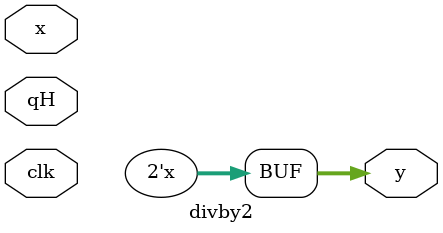
<source format=sv>
/*
    OpenNTT - 2024
    Florian Krieger, Florian Hirner, Ahmet Can Mert, Sujoy Sinha Roy
    Contact: florian.krieger@iaik.tugraz.at
*/
`timescale 1ns/1ps

// division by two in (mod q)

`default_nettype wire

module divby2 #
(
    parameter LOGQ = 0,
    parameter [LOGQ-1:0] Q_VALUE = 0,
    parameter WORD_SIZE = 0, // last WORD_SIZE digit of q will be 00...001
    parameter DIVBY2_LAT = 0 // options: 0 or 1
)
(
    input            clk,
    input [LOGQ-1:0] x,
    input [LOGQ-WORD_SIZE-1:0] qH,
    output reg [LOGQ-1:0] y
);

wire [LOGQ-2:0] x0and; 

generate
    if(Q_VALUE == 0)
        assign x0and = (x[0] == 1'b1) ? {qH,{WORD_SIZE-2{1'b0}},1'b1} : 0;
    else
        assign x0and = (x[0] == 1'b1) ? {Q_VALUE[LOGQ-1:2],1'b1} : 0;
endgenerate

generate
    if(DIVBY2_LAT == 0) begin
        always @(*) begin
            y = x[LOGQ-1:1] + x0and;
        end
    end
    else begin
        always @(posedge clk) begin
            y <= x[LOGQ-1:1] + x0and;
        end
    end
endgenerate

endmodule
</source>
